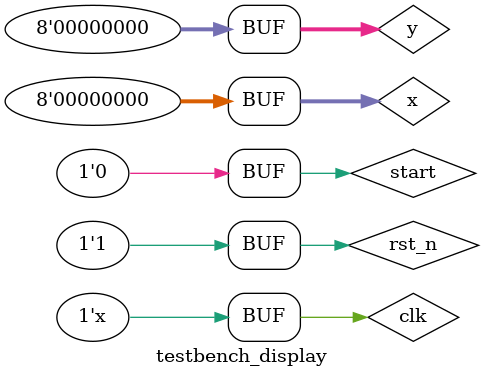
<source format=v>
`timescale 1ns / 1ps


module testbench_display();

reg       clk  ;
reg       rst_n;
reg [7:0] x    ;
reg [7:0] y    ;
reg       start;
wire        led0_en;
wire        led1_en;
wire        led2_en;
wire        led3_en;
wire        led4_en;
wire        led5_en;
wire        led6_en;
wire        led7_en;
wire        led_ca ;
wire        led_cb ;
wire        led_cc ;
wire        led_cd ;
wire        led_ce ;
wire        led_cf ;
wire        led_cg ;
wire        led_dp;

top_display topdisplay(
    .clk  (clk),
    .rst_n(rst_n),
    .x    (x),
    .y    (y),
    .start_i (start),
    .led0_en(led0_en),
    .led1_en(led1_en),
    .led2_en(led2_en),
    .led3_en(led3_en),
    .led4_en(led4_en),
    .led5_en(led5_en),
    .led6_en(led6_en),
    .led7_en(led7_en),
    .led_ca(led_ca) ,
    .led_cb(led_cb) ,
    .led_cc(led_cc) ,
    .led_cd(led_cd) ,
    .led_ce(led_ce) ,
    .led_cf(led_cf) ,
    .led_cg(led_cg) ,
    .led_dp(led_dp)
);

initial begin
    clk = 0;
    rst_n = 1;
    start = 0;
    x = 0;
    y = 0;
    #30 begin
        start = 1;
        x = 81;
        y = 7;
    end
    #40 begin
        x = 0;
        y = 0;
    end
    #100 begin
        start = 0;
    end
end

//Éú³ÉÊ±ÖÓ
always #10 clk = ~clk;

endmodule

</source>
